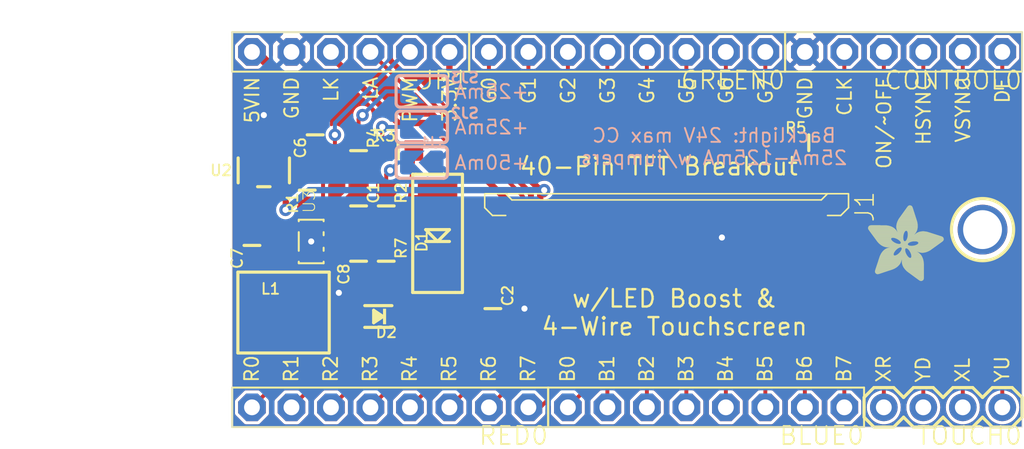
<source format=kicad_pcb>
(kicad_pcb (version 20221018) (generator pcbnew)
  (layers (0 "F.Cu" signal) (31 "B.Cu" signal) (34 "B.Paste" user) (35 "F.Paste" user) (36 "B.SilkS" user "B.Silkscreen") (37 "F.SilkS" user "F.Silkscreen") (38 "B.Mask" user) (39 "F.Mask" user) (44 "Edge.Cuts" user))
  (net 0 "")
  (net 1 "LEDK")
  (net 2 "GND")
  (net 3 "R0")
  (net 4 "R1")
  (net 5 "R2")
  (net 6 "R3")
  (net 7 "R4")
  (net 8 "R5")
  (net 9 "R6")
  (net 10 "R7")
  (net 11 "G0")
  (net 12 "G1")
  (net 13 "G2")
  (net 14 "G3")
  (net 15 "G4")
  (net 16 "G5")
  (net 17 "G6")
  (net 18 "G7")
  (net 19 "B0")
  (net 20 "B1")
  (net 21 "B2")
  (net 22 "B3")
  (net 23 "B4")
  (net 24 "B5")
  (net 25 "B6")
  (net 26 "B7")
  (net 27 "ON/OFF")
  (net 28 "DE")
  (net 29 "XR")
  (net 30 "YD")
  (net 31 "XL")
  (net 32 "YU")
  (net 33 "HSYNC")
  (net 34 "VSYNC")
  (net 35 "N$5")
  (net 36 "+3V3")
  (net 37 "+24V")
  (net 38 "PWM")
  (net 39 "VIN")
  (net 40 "N$1")
  (net 41 "N$2")
  (net 42 "N$3")
  (net 43 "N$4")
  (net 44 "CLK")
  (footprint "working:_0805MP" (layer "F.Cu") (at 128.4351 98.9076 90)
    (fp_text reference "C6")
    (fp_text value "10uF")
  )
  (footprint "working:FIDUCIAL_1MM" (layer "F.Cu") (at 130.7211 112.6236)
    (fp_text reference "FID2" hide)
    (fp_text value "FIDUCIAL\"\"" hide)
  )
  (footprint "working:ADAFRUIT_5MM" (layer "F.Cu") (at 163.9951 108.3056)
    (fp_text reference "U$15" hide)
    (fp_text value "" hide)
  )
  (footprint "working:_0805MP" (layer "F.Cu") (at 131.2291 107.0356 90)
    (fp_text reference "C8")
    (fp_text value "1uF")
  )
  (footprint "working:SOD-123" (layer "F.Cu") (at 132.4991 110.5916 180)
    (fp_text reference "D2")
    (fp_text value "MBR0540")
  )
  (footprint "working:SMADIODE" (layer "F.Cu") (at 136.3091 105.2576 90)
    (fp_text reference "D1")
    (fp_text value "MM3Z24VT1G")
  )
  (footprint "working:1X08-BIG" (layer "F.Cu") (at 148.5011 93.5736 180)
    (fp_text reference "GREEN0")
    (fp_text value "")
  )
  (footprint "working:INDUCTOR_5X5MM_NR5040_NOTHERMALS" (layer "F.Cu") (at 126.4031 110.3376)
    (fp_text reference "L1")
    (fp_text value "6.8uH power L CID 2276")
  )
  (footprint "working:1X04-BIG" (layer "F.Cu") (at 172.6311 116.4336 180)
    (fp_text reference "TOUCH0")
    (fp_text value "")
  )
  (footprint "working:1X06-BIG" (layer "F.Cu") (at 166.2811 93.5736 180)
    (fp_text reference "CONTROL0")
    (fp_text value "")
  )
  (footprint "working:FIDUCIAL_1MM" (layer "F.Cu") (at 172.3771 111.8616)
    (fp_text reference "FID1" hide)
    (fp_text value "FIDUCIAL\"\"" hide)
  )
  (footprint "working:1X08-BIG" (layer "F.Cu") (at 133.2611 116.4336 180)
    (fp_text reference "RED0")
    (fp_text value "")
  )
  (footprint "working:4-1734839-0" (layer "F.Cu") (at 151.0411 105.0036)
    (fp_text reference "J1")
    (fp_text value "40PINFPCM4-1734839-0")
  )
  (footprint "working:FIDUCIAL_1MM" (layer "F.Cu") (at 144.9451 105.5116)
    (fp_text reference "FID3" hide)
    (fp_text value "FIDUCIAL\"\"" hide)
  )
  (footprint "working:_0805MP" (layer "F.Cu") (at 133.0071 103.4796 -90)
    (fp_text reference "R2")
    (fp_text value "6Ω")
  )
  (footprint "working:_0805MP" (layer "F.Cu") (at 133.0071 107.0356 -90)
    (fp_text reference "R7")
    (fp_text value "12Ω")
  )
  (footprint "working:_0805MP" (layer "F.Cu") (at 124.3711 106.0196 90)
    (fp_text reference "C7")
    (fp_text value "10uF")
  )
  (footprint "working:SOT23-5@1" (layer "F.Cu") (at 128.1811 105.7656 90)
    (fp_text reference "U3")
    (fp_text value "FAN5333BSX")
  )
  (footprint "working:_0805MP" (layer "F.Cu") (at 131.2291 99.9236 -90)
    (fp_text reference "R4")
    (fp_text value "12Ω")
  )
  (footprint "working:_0805MP" (layer "F.Cu") (at 160.1851 99.4156)
    (fp_text reference "R5")
    (fp_text value "22")
  )
  (footprint "working:_0805MP" (layer "F.Cu") (at 133.7691 99.9236)
    (fp_text reference "R3")
    (fp_text value "12Ω")
  )
  (footprint "working:SOT23-5" (layer "F.Cu") (at 125.1331 101.1936 180)
    (fp_text reference "U2")
    (fp_text value "MIC5225-3.3v")
  )
  (footprint "working:1X08-BIG" (layer "F.Cu") (at 153.5811 116.4336 180)
    (fp_text reference "BLUE0")
    (fp_text value "")
  )
  (footprint "working:_0805MP" (layer "F.Cu") (at 131.2291 103.4796 -90)
    (fp_text reference "C1")
    (fp_text value "0.1uF")
  )
  (footprint "working:_0805MP" (layer "F.Cu") (at 127.9271 102.4636 90)
    (fp_text reference "R1")
    (fp_text value "10K")
  )
  (footprint "working:MOUNTINGHOLE_2.5_PLATED" (layer "F.Cu") (at 171.3611 105.0036)
    (fp_text reference "U$7" hide)
    (fp_text value "MOUNTINGHOLE2.5" hide)
  )
  (footprint "working:1X06-BIG" (layer "F.Cu") (at 130.7211 93.5736 180)
    (fp_text reference "JP1")
    (fp_text value "")
  )
  (footprint "working:_0805MP" (layer "F.Cu") (at 139.8651 110.0836 -90)
    (fp_text reference "C2")
    (fp_text value "1uF")
  )
  (footprint "working:SOLDERJUMPER_ARROW_NOPASTE" (layer "B.Cu") (at 135.2931 96.1136 180)
    (fp_text reference "SJ3")
    (fp_text value "+100mA")
  )
  (footprint "working:SOLDERJUMPER_ARROW_NOPASTE" (layer "B.Cu") (at 135.2931 100.6856 180)
    (fp_text reference "SJ1")
    (fp_text value "+50mA")
  )
  (footprint "working:SOLDERJUMPER_ARROW_NOPASTE" (layer "B.Cu") (at 135.2931 98.3996 180)
    (fp_text reference "SJ2")
    (fp_text value "+25mA")
  )
  (gr_line (start 123.1011 92.3036) (end 123.1011 117.7036) (stroke (width 0.05)) (layer "Edge.Cuts"))
  (gr_line (start 173.9011 92.3036) (end 123.1011 92.3036) (stroke (width 0.05)) (layer "Edge.Cuts"))
  (gr_line (start 123.1011 117.7036) (end 173.9011 117.7036) (stroke (width 0.05)) (layer "Edge.Cuts"))
  (gr_line (start 173.9011 117.7036) (end 173.9011 92.3036) (stroke (width 0.05)) (layer "Edge.Cuts"))
  (gr_text "+25mA" (at 137.3251 95.6056) (layer "B.SilkS") (effects (font (size 0.89408 0.89408) (thickness 0.12192)) (justify right top mirror)))
  (gr_text "+25mA" (at 137.3251 97.8916) (layer "B.SilkS") (effects (font (size 0.89408 0.89408) (thickness 0.12192)) (justify right top mirror)))
  (gr_text "Backlight: 24V max CC\n25mA-125mA w/jumpers" (at 154.0891 99.6696) (layer "B.SilkS") (effects (font (size 0.89408 0.89408) (thickness 0.12192)) (justify mirror)))
  (gr_text "+50mA" (at 137.3251 100.1776) (layer "B.SilkS") (effects (font (size 0.89408 0.89408) (thickness 0.12192)) (justify right top mirror)))
  (gr_text "GND" (at 159.4231 95.0976 90) (layer "F.SilkS") (effects (font (size 0.89408 0.89408) (thickness 0.12192)) (justify right top)))
  (gr_text "R4" (at 135.0391 114.9096 90) (layer "F.SilkS") (effects (font (size 0.89408 0.89408) (thickness 0.12192)) (justify left bottom)))
  (gr_text "B3" (at 152.8191 114.9096 90) (layer "F.SilkS") (effects (font (size 0.89408 0.89408) (thickness 0.12192)) (justify left bottom)))
  (gr_text "w/LED Boost &\n4-Wire Touchscreen" (at 151.5491 110.3376) (layer "F.SilkS") (effects (font (size 1.1176 1.1176) (thickness 0.1524))))
  (gr_text "R6" (at 140.1191 114.9096 90) (layer "F.SilkS") (effects (font (size 0.89408 0.89408) (thickness 0.12192)) (justify left bottom)))
  (gr_text "B0" (at 145.1991 114.9096 90) (layer "F.SilkS") (effects (font (size 0.89408 0.89408) (thickness 0.12192)) (justify left bottom)))
  (gr_text "G7" (at 156.8831 95.0976 90) (layer "F.SilkS") (effects (font (size 0.89408 0.89408) (thickness 0.12192)) (justify right top)))
  (gr_text "B7" (at 162.9791 114.9096 90) (layer "F.SilkS") (effects (font (size 0.89408 0.89408) (thickness 0.12192)) (justify left bottom)))
  (gr_text "G0" (at 139.1031 95.0976 90) (layer "F.SilkS") (effects (font (size 0.89408 0.89408) (thickness 0.12192)) (justify right top)))
  (gr_text "R5" (at 137.5791 114.9096 90) (layer "F.SilkS") (effects (font (size 0.89408 0.89408) (thickness 0.12192)) (justify left bottom)))
  (gr_text "YU" (at 173.1391 114.9096 90) (layer "F.SilkS") (effects (font (size 0.89408 0.89408) (thickness 0.12192)) (justify left bottom)))
  (gr_text "XR" (at 165.5191 114.9096 90) (layer "F.SilkS") (effects (font (size 0.89408 0.89408) (thickness 0.12192)) (justify left bottom)))
  (gr_text "LK" (at 128.9431 95.0976 90) (layer "F.SilkS") (effects (font (size 0.89408 0.89408) (thickness 0.12192)) (justify right top)))
  (gr_text "XL" (at 170.5991 114.9096 90) (layer "F.SilkS") (effects (font (size 0.89408 0.89408) (thickness 0.12192)) (justify left bottom)))
  (gr_text "G2" (at 144.1831 95.0976 90) (layer "F.SilkS") (effects (font (size 0.89408 0.89408) (thickness 0.12192)) (justify right top)))
  (gr_text "B4" (at 155.3591 114.9096 90) (layer "F.SilkS") (effects (font (size 0.89408 0.89408) (thickness 0.12192)) (justify left bottom)))
  (gr_text "DE" (at 172.1231 95.0976 90) (layer "F.SilkS") (effects (font (size 0.89408 0.89408) (thickness 0.12192)) (justify right top)))
  (gr_text "5VIN" (at 123.8631 95.0976 90) (layer "F.SilkS") (effects (font (size 0.89408 0.89408) (thickness 0.12192)) (justify right top)))
  (gr_text "B1" (at 147.7391 114.9096 90) (layer "F.SilkS") (effects (font (size 0.89408 0.89408) (thickness 0.12192)) (justify left bottom)))
  (gr_text "G5" (at 151.8031 95.0976 90) (layer "F.SilkS") (effects (font (size 0.89408 0.89408) (thickness 0.12192)) (justify right top)))
  (gr_text "B6" (at 160.4391 114.9096 90) (layer "F.SilkS") (effects (font (size 0.89408 0.89408) (thickness 0.12192)) (justify left bottom)))
  (gr_text "R1" (at 127.4191 114.9096 90) (layer "F.SilkS") (effects (font (size 0.89408 0.89408) (thickness 0.12192)) (justify left bottom)))
  (gr_text "ON/~OFF" (at 164.5031 95.0976 90) (layer "F.SilkS") (effects (font (size 0.89408 0.89408) (thickness 0.12192)) (justify right top)))
  (gr_text "YD" (at 168.0591 114.9096 90) (layer "F.SilkS") (effects (font (size 0.89408 0.89408) (thickness 0.12192)) (justify left bottom)))
  (gr_text "B2" (at 150.2791 114.9096 90) (layer "F.SilkS") (effects (font (size 0.89408 0.89408) (thickness 0.12192)) (justify left bottom)))
  (gr_text "PWM" (at 134.0231 95.0976 90) (layer "F.SilkS") (effects (font (size 0.89408 0.89408) (thickness 0.12192)) (justify right top)))
  (gr_text "B5" (at 157.8991 114.9096 90) (layer "F.SilkS") (effects (font (size 0.89408 0.89408) (thickness 0.12192)) (justify left bottom)))
  (gr_text "R0" (at 124.8791 114.9096 90) (layer "F.SilkS") (effects (font (size 0.89408 0.89408) (thickness 0.12192)) (justify left bottom)))
  (gr_text "G6" (at 154.3431 95.0976 90) (layer "F.SilkS") (effects (font (size 0.89408 0.89408) (thickness 0.12192)) (justify right top)))
  (gr_text "HSYNC" (at 167.0431 95.0976 90) (layer "F.SilkS") (effects (font (size 0.89408 0.89408) (thickness 0.12192)) (justify right top)))
  (gr_text "G3" (at 146.7231 95.0976 90) (layer "F.SilkS") (effects (font (size 0.89408 0.89408) (thickness 0.12192)) (justify right top)))
  (gr_text "LA" (at 131.4831 95.0976 90) (layer "F.SilkS") (effects (font (size 0.89408 0.89408) (thickness 0.12192)) (justify right top)))
  (gr_text "GND" (at 126.4031 95.0976 90) (layer "F.SilkS") (effects (font (size 0.89408 0.89408) (thickness 0.12192)) (justify right top)))
  (gr_text "G1" (at 141.6431 95.0976 90) (layer "F.SilkS") (effects (font (size 0.89408 0.89408) (thickness 0.12192)) (justify right top)))
  (gr_text "3.3V" (at 136.5631 95.0976 90) (layer "F.SilkS") (effects (font (size 0.89408 0.89408) (thickness 0.12192)) (justify right top)))
  (gr_text "40-Pin TFT Breakout" (at 150.5331 100.9396) (layer "F.SilkS") (effects (font (size 1.1176 1.1176) (thickness 0.1524))))
  (gr_text "R3" (at 132.4991 114.9096 90) (layer "F.SilkS") (effects (font (size 0.89408 0.89408) (thickness 0.12192)) (justify left bottom)))
  (gr_text "CLK" (at 161.9631 95.0976 90) (layer "F.SilkS") (effects (font (size 0.89408 0.89408) (thickness 0.12192)) (justify right top)))
  (gr_text "R2" (at 129.9591 114.9096 90) (layer "F.SilkS") (effects (font (size 0.89408 0.89408) (thickness 0.12192)) (justify left bottom)))
  (gr_text "R7" (at 142.6591 114.9096 90) (layer "F.SilkS") (effects (font (size 0.89408 0.89408) (thickness 0.12192)) (justify left bottom)))
  (gr_text "VSYNC" (at 169.5831 95.0976 90) (layer "F.SilkS") (effects (font (size 0.89408 0.89408) (thickness 0.12192)) (justify right top)))
  (gr_text "G4" (at 149.2631 95.0976 90) (layer "F.SilkS") (effects (font (size 0.89408 0.89408) (thickness 0.12192)) (justify right top)))
  (segment (start 130.9751 102.4636) (end 131.2291 102.4636) (width 0.254) (layer "F.Cu") (net 1))
  (segment (start 134.5311 102.9081) (end 136.3091 102.9081) (width 0.254) (layer "F.Cu") (net 1))
  (segment (start 141.2911 104.1436) (end 141.2911 107.5436) (width 0.254) (layer "F.Cu") (net 1))
  (segment (start 134.5311 108.0516) (end 134.5311 104.4956) (width 0.254) (layer "F.Cu") (net 1))
  (segment (start 133.0071 108.0516) (end 133.2611 108.3056) (width 0.254) (layer "F.Cu") (net 1))
  (segment (start 134.2771 108.3056) (end 134.5311 108.0516) (width 0.254) (layer "F.Cu") (net 1))
  (segment (start 131.2291 100.9396) (end 131.2291 102.4636) (width 0.254) (layer "F.Cu") (net 1))
  (segment (start 129.4812 104.8156) (end 129.9591 104.3377) (width 0.254) (layer "F.Cu") (net 1))
  (segment (start 141.1351 103.4796) (end 141.1351 103.9876) (width 0.4064) (layer "F.Cu") (net 1))
  (segment (start 137.7696 101.4476) (end 139.1031 101.4476) (width 0.6096) (layer "F.Cu") (net 1))
  (segment (start 133.0071 104.2416) (end 133.0071 104.4956) (width 0.254) (layer "F.Cu") (net 1))
  (segment (start 134.7851 99.9236) (end 134.5311 102.9081) (width 0.254) (layer "F.Cu") (net 1))
  (segment (start 133.0071 104.4956) (end 134.5311 104.4956) (width 0.254) (layer "F.Cu") (net 1))
  (segment (start 141.1351 103.9876) (end 141.2911 104.1436) (width 0.254) (layer "F.Cu") (net 1))
  (segment (start 134.5311 104.4956) (end 134.5311 102.9081) (width 0.254) (layer "F.Cu") (net 1))
  (segment (start 129.4511 93.8276) (end 133.7691 98.1456) (width 0.4064) (layer "F.Cu") (net 1))
  (segment (start 129.4511 93.8276) (end 129.4511 93.5736) (width 0.4064) (layer "F.Cu") (net 1))
  (segment (start 136.3091 102.9081) (end 137.7696 101.4476) (width 0.6096) (layer "F.Cu") (net 1))
  (segment (start 135.8011 98.1456) (end 139.1031 101.4476) (width 0.4064) (layer "F.Cu") (net 1))
  (segment (start 129.9591 103.4796) (end 130.9751 102.4636) (width 0.254) (layer "F.Cu") (net 1))
  (segment (start 139.1031 101.4476) (end 141.1351 103.4796) (width 0.4064) (layer "F.Cu") (net 1))
  (segment (start 133.0071 108.0516) (end 133.2611 108.0516) (width 0.4064) (layer "F.Cu") (net 1))
  (segment (start 133.2611 108.3056) (end 134.2771 108.3056) (width 0.254) (layer "F.Cu") (net 1))
  (segment (start 129.9591 104.3377) (end 129.9591 103.4796) (width 0.254) (layer "F.Cu") (net 1))
  (segment (start 133.7691 98.1456) (end 135.8011 98.1456) (width 0.4064) (layer "F.Cu") (net 1))
  (segment (start 131.2291 102.4636) (end 133.0071 104.2416) (width 0.254) (layer "F.Cu") (net 1))
  (segment (start 158.4071 109.0676) (end 158.7911 108.6836) (width 0.254) (layer "F.Cu") (net 2))
  (segment (start 155.2911 107.5436) (end 155.2911 108.7456) (width 0.254) (layer "F.Cu") (net 2))
  (segment (start 155.2911 108.7456) (end 155.6131 109.0676) (width 0.254) (layer "F.Cu") (net 2))
  (segment (start 131.2291 105.7656) (end 131.2291 106.0196) (width 0.4064) (layer "F.Cu") (net 2))
  (segment (start 158.7911 108.6836) (end 158.7911 107.5436) (width 0.254) (layer "F.Cu") (net 2))
  (segment (start 155.6131 109.0676) (end 158.4071 109.0676) (width 0.254) (layer "F.Cu") (net 2))
  (segment (start 129.4812 105.7656) (end 131.2291 105.7656) (width 0.4064) (layer "F.Cu") (net 2))
  (segment (start 131.2291 106.0196) (end 133.0071 106.0196) (width 0.4064) (layer "F.Cu") (net 2))
  (segment (start 125.1331 99.4156) (end 125.1331 99.8935) (width 0.4064) (layer "F.Cu") (net 2))
  (via (at 141.8971 110.0836) (size 0.8001) (drill 0.3937) (layers "F.Cu" "B.Cu") (net 2))
  (via (at 129.9591 109.0676) (size 0.8001) (drill 0.3937) (layers "F.Cu" "B.Cu") (net 2))
  (via (at 154.5971 105.5116) (size 0.8001) (drill 0.3937) (layers "F.Cu" "B.Cu") (net 2))
  (via (at 128.1811 105.7656) (size 0.8001) (drill 0.3937) (layers "F.Cu" "B.Cu") (net 2))
  (via (at 125.1331 97.6376) (size 0.8001) (drill 0.3937) (layers "F.Cu" "B.Cu") (net 2))
  (segment (start 131.9911 114.1476) (end 126.6571 114.1476) (width 0.254) (layer "F.Cu") (net 3))
  (segment (start 136.5631 113.1316) (end 133.0071 113.1316) (width 0.254) (layer "F.Cu") (net 3))
  (segment (start 137.5791 112.1156) (end 136.5631 113.1316) (width 0.254) (layer "F.Cu") (net 3))
  (segment (start 143.2911 110.7216) (end 141.8971 112.1156) (width 0.254) (layer "F.Cu") (net 3))
  (segment (start 141.8971 112.1156) (end 137.5791 112.1156) (width 0.254) (layer "F.Cu") (net 3))
  (segment (start 133.0071 113.1316) (end 131.9911 114.1476) (width 0.254) (layer "F.Cu") (net 3))
  (segment (start 126.6571 114.1476) (end 124.3711 116.4336) (width 0.254) (layer "F.Cu") (net 3))
  (segment (start 143.2911 107.5436) (end 143.2911 110.7216) (width 0.254) (layer "F.Cu") (net 3))
  (segment (start 143.7911 110.9836) (end 142.1511 112.6236) (width 0.254) (layer "F.Cu") (net 4))
  (segment (start 137.8331 112.6236) (end 136.8171 113.6396) (width 0.254) (layer "F.Cu") (net 4))
  (segment (start 128.6891 114.6556) (end 126.9111 116.4336) (width 0.254) (layer "F.Cu") (net 4))
  (segment (start 143.7911 107.5436) (end 143.7911 110.9836) (width 0.254) (layer "F.Cu") (net 4))
  (segment (start 133.2611 113.6396) (end 132.2451 114.6556) (width 0.254) (layer "F.Cu") (net 4))
  (segment (start 136.8171 113.6396) (end 133.2611 113.6396) (width 0.254) (layer "F.Cu") (net 4))
  (segment (start 142.1511 112.6236) (end 137.8331 112.6236) (width 0.254) (layer "F.Cu") (net 4))
  (segment (start 132.2451 114.6556) (end 128.6891 114.6556) (width 0.254) (layer "F.Cu") (net 4))
  (segment (start 138.0871 113.1316) (end 137.0711 114.1476) (width 0.254) (layer "F.Cu") (net 5))
  (segment (start 130.7211 115.1636) (end 129.4511 116.4336) (width 0.254) (layer "F.Cu") (net 5))
  (segment (start 144.2911 111.2456) (end 142.4051 113.1316) (width 0.254) (layer "F.Cu") (net 5))
  (segment (start 133.5151 114.1476) (end 132.4991 115.1636) (width 0.254) (layer "F.Cu") (net 5))
  (segment (start 137.0711 114.1476) (end 133.5151 114.1476) (width 0.254) (layer "F.Cu") (net 5))
  (segment (start 142.4051 113.1316) (end 138.0871 113.1316) (width 0.254) (layer "F.Cu") (net 5))
  (segment (start 144.2911 107.5436) (end 144.2911 111.2456) (width 0.254) (layer "F.Cu") (net 5))
  (segment (start 132.4991 115.1636) (end 130.7211 115.1636) (width 0.254) (layer "F.Cu") (net 5))
  (segment (start 138.3411 113.6396) (end 137.3251 114.6556) (width 0.254) (layer "F.Cu") (net 6))
  (segment (start 144.7911 107.5436) (end 144.7911 111.5076) (width 0.254) (layer "F.Cu") (net 6))
  (segment (start 142.6591 113.6396) (end 138.3411 113.6396) (width 0.254) (layer "F.Cu") (net 6))
  (segment (start 137.3251 114.6556) (end 133.7691 114.6556) (width 0.254) (layer "F.Cu") (net 6))
  (segment (start 144.7911 111.5076) (end 142.6591 113.6396) (width 0.254) (layer "F.Cu") (net 6))
  (segment (start 133.7691 114.6556) (end 131.9911 116.4336) (width 0.254) (layer "F.Cu") (net 6))
  (segment (start 135.8011 115.1636) (end 134.5311 116.4336) (width 0.254) (layer "F.Cu") (net 7))
  (segment (start 138.5951 114.1476) (end 137.5791 115.1636) (width 0.254) (layer "F.Cu") (net 7))
  (segment (start 145.2911 107.5436) (end 145.2911 111.7696) (width 0.254) (layer "F.Cu") (net 7))
  (segment (start 145.2911 111.7696) (end 142.9131 114.1476) (width 0.254) (layer "F.Cu") (net 7))
  (segment (start 137.5791 115.1636) (end 135.8011 115.1636) (width 0.254) (layer "F.Cu") (net 7))
  (segment (start 142.9131 114.1476) (end 138.5951 114.1476) (width 0.254) (layer "F.Cu") (net 7))
  (segment (start 143.1671 114.6556) (end 138.8491 114.6556) (width 0.254) (layer "F.Cu") (net 8))
  (segment (start 145.7911 107.5436) (end 145.7911 112.0316) (width 0.254) (layer "F.Cu") (net 8))
  (segment (start 138.8491 114.6556) (end 137.0711 116.4336) (width 0.254) (layer "F.Cu") (net 8))
  (segment (start 145.7911 112.0316) (end 143.1671 114.6556) (width 0.254) (layer "F.Cu") (net 8))
  (segment (start 137.0711 116.6876) (end 137.0711 116.4336) (width 0.254) (layer "F.Cu") (net 8))
  (segment (start 146.2911 112.2936) (end 143.4211 115.1636) (width 0.254) (layer "F.Cu") (net 9))
  (segment (start 146.2911 107.5436) (end 146.2911 112.2936) (width 0.254) (layer "F.Cu") (net 9))
  (segment (start 143.4211 115.1636) (end 140.8811 115.1636) (width 0.254) (layer "F.Cu") (net 9))
  (segment (start 140.8811 115.1636) (end 139.6111 116.4336) (width 0.254) (layer "F.Cu") (net 9))
  (segment (start 139.6111 116.6876) (end 139.6111 116.4336) (width 0.254) (layer "F.Cu") (net 9))
  (segment (start 146.7911 107.5436) (end 146.7911 112.5556) (width 0.254) (layer "F.Cu") (net 10))
  (segment (start 142.9131 116.4336) (end 142.1511 116.4336) (width 0.254) (layer "F.Cu") (net 10))
  (segment (start 146.7911 112.5556) (end 142.9131 116.4336) (width 0.254) (layer "F.Cu") (net 10))
  (segment (start 139.6111 97.6376) (end 139.6111 93.5736) (width 0.254) (layer "F.Cu") (net 11))
  (segment (start 147.2911 107.5436) (end 147.2911 105.3176) (width 0.254) (layer "F.Cu") (net 11))
  (segment (start 147.2911 105.3176) (end 139.6111 97.6376) (width 0.254) (layer "F.Cu") (net 11))
  (segment (start 147.7911 105.0556) (end 142.1511 99.4156) (width 0.254) (layer "F.Cu") (net 12))
  (segment (start 147.7911 107.5436) (end 147.7911 105.0556) (width 0.254) (layer "F.Cu") (net 12))
  (segment (start 142.1511 99.4156) (end 142.1511 93.5736) (width 0.254) (layer "F.Cu") (net 12))
  (segment (start 148.2911 107.5436) (end 148.2911 104.7936) (width 0.254) (layer "F.Cu") (net 13))
  (segment (start 144.6911 101.1936) (end 144.6911 93.5736) (width 0.254) (layer "F.Cu") (net 13))
  (segment (start 148.2911 104.7936) (end 144.6911 101.1936) (width 0.254) (layer "F.Cu") (net 13))
  (segment (start 148.7911 103.9516) (end 147.2311 102.4636) (width 0.254) (layer "F.Cu") (net 14))
  (segment (start 148.7911 107.5436) (end 148.7911 103.9516) (width 0.254) (layer "F.Cu") (net 14))
  (segment (start 147.2311 102.4636) (end 147.2311 93.5736) (width 0.254) (layer "F.Cu") (net 14))
  (segment (start 149.7711 104.4956) (end 149.7711 93.5736) (width 0.254) (layer "F.Cu") (net 15))
  (segment (start 149.2911 107.5436) (end 149.2911 104.9756) (width 0.254) (layer "F.Cu") (net 15))
  (segment (start 149.2911 104.9756) (end 149.7711 104.4956) (width 0.254) (layer "F.Cu") (net 15))
  (segment (start 149.7911 105.2376) (end 152.3111 102.7176) (width 0.254) (layer "F.Cu") (net 16))
  (segment (start 149.7911 107.5436) (end 149.7911 105.2376) (width 0.254) (layer "F.Cu") (net 16))
  (segment (start 152.3111 102.7176) (end 152.3111 93.5736) (width 0.254) (layer "F.Cu") (net 16))
  (segment (start 150.2911 107.5436) (end 150.2911 105.4996) (width 0.254) (layer "F.Cu") (net 17))
  (segment (start 150.2911 105.4996) (end 154.8511 100.9396) (width 0.254) (layer "F.Cu") (net 17))
  (segment (start 154.8511 100.9396) (end 154.8511 93.5736) (width 0.254) (layer "F.Cu") (net 17))
  (segment (start 157.3911 99.1616) (end 157.3911 93.5736) (width 0.254) (layer "F.Cu") (net 18))
  (segment (start 150.7911 107.5436) (end 150.7911 105.7616) (width 0.254) (layer "F.Cu") (net 18))
  (segment (start 150.7911 105.7616) (end 157.3911 99.1616) (width 0.254) (layer "F.Cu") (net 18))
  (segment (start 145.9611 115.1636) (end 145.9611 114.6556) (width 0.254) (layer "F.Cu") (net 19))
  (segment (start 144.6911 116.4336) (end 145.9611 115.1636) (width 0.254) (layer "F.Cu") (net 19))
  (segment (start 151.2911 109.3256) (end 151.2911 107.5436) (width 0.254) (layer "F.Cu") (net 19))
  (segment (start 145.9611 114.6556) (end 151.2911 109.3256) (width 0.254) (layer "F.Cu") (net 19))
  (segment (start 151.7911 109.5876) (end 147.2311 114.1476) (width 0.254) (layer "F.Cu") (net 20))
  (segment (start 151.7911 107.5436) (end 151.7911 109.5876) (width 0.254) (layer "F.Cu") (net 20))
  (segment (start 147.2311 114.1476) (end 147.2311 116.4336) (width 0.254) (layer "F.Cu") (net 20))
  (segment (start 152.2911 109.8496) (end 149.7711 112.3696) (width 0.254) (layer "F.Cu") (net 21))
  (segment (start 149.7511 116.4136) (end 149.7711 116.4336) (width 0.254) (layer "F.Cu") (net 21))
  (segment (start 149.7711 112.3696) (end 149.7711 116.4336) (width 0.254) (layer "F.Cu") (net 21))
  (segment (start 152.2911 107.5436) (end 152.2911 109.8496) (width 0.254) (layer "F.Cu") (net 21))
  (segment (start 152.3111 110.5916) (end 152.3111 116.4336) (width 0.254) (layer "F.Cu") (net 22))
  (segment (start 152.7911 110.0556) (end 152.3111 110.5916) (width 0.254) (layer "F.Cu") (net 22))
  (segment (start 152.7911 107.5436) (end 152.7911 110.0556) (width 0.254) (layer "F.Cu") (net 22))
  (segment (start 153.2911 107.5436) (end 153.2911 109.7936) (width 0.254) (layer "F.Cu") (net 23))
  (segment (start 154.8511 111.3536) (end 154.8511 116.4336) (width 0.254) (layer "F.Cu") (net 23))
  (segment (start 153.2911 109.7936) (end 154.8511 111.3536) (width 0.254) (layer "F.Cu") (net 23))
  (segment (start 153.7911 109.5316) (end 157.3911 113.1316) (width 0.254) (layer "F.Cu") (net 24))
  (segment (start 157.3911 113.1316) (end 157.3911 116.4336) (width 0.254) (layer "F.Cu") (net 24))
  (segment (start 153.7911 107.5436) (end 153.7911 109.5316) (width 0.254) (layer "F.Cu") (net 24))
  (segment (start 154.2911 109.2696) (end 157.6451 112.6236) (width 0.254) (layer "F.Cu") (net 25))
  (segment (start 159.1691 112.6236) (end 159.9311 113.3856) (width 0.254) (layer "F.Cu") (net 25))
  (segment (start 157.6451 112.6236) (end 159.1691 112.6236) (width 0.254) (layer "F.Cu") (net 25))
  (segment (start 159.9311 113.3856) (end 159.9311 116.4336) (width 0.254) (layer "F.Cu") (net 25))
  (segment (start 154.2911 107.5436) (end 154.2911 109.2696) (width 0.254) (layer "F.Cu") (net 25))
  (segment (start 161.4551 112.1156) (end 162.4711 113.1316) (width 0.254) (layer "F.Cu") (net 26))
  (segment (start 154.7911 109.0076) (end 157.8991 112.1156) (width 0.254) (layer "F.Cu") (net 26))
  (segment (start 157.8991 112.1156) (end 161.4551 112.1156) (width 0.254) (layer "F.Cu") (net 26))
  (segment (start 162.4711 113.1316) (end 162.4711 116.4336) (width 0.254) (layer "F.Cu") (net 26))
  (segment (start 154.7911 107.5436) (end 154.7911 109.0076) (width 0.254) (layer "F.Cu") (net 26))
  (segment (start 157.8991 100.9396) (end 164.2491 100.9396) (width 0.254) (layer "F.Cu") (net 27))
  (segment (start 164.2491 100.9396) (end 165.0111 100.1776) (width 0.254) (layer "F.Cu") (net 27))
  (segment (start 156.2911 107.5436) (end 156.2911 102.5476) (width 0.254) (layer "F.Cu") (net 27))
  (segment (start 156.2911 102.5476) (end 157.8991 100.9396) (width 0.254) (layer "F.Cu") (net 27))
  (segment (start 165.0111 100.1776) (end 165.0111 93.5736) (width 0.254) (layer "F.Cu") (net 27))
  (segment (start 157.7911 103.3336) (end 158.6611 102.4636) (width 0.254) (layer "F.Cu") (net 28))
  (segment (start 157.7911 107.5436) (end 157.7911 103.3336) (width 0.254) (layer "F.Cu") (net 28))
  (segment (start 172.6311 98.6536) (end 172.6311 93.5736) (width 0.254) (layer "F.Cu") (net 28))
  (segment (start 168.8211 102.4636) (end 172.6311 98.6536) (width 0.254) (layer "F.Cu") (net 28))
  (segment (start 158.6611 102.4636) (end 168.8211 102.4636) (width 0.254) (layer "F.Cu") (net 28))
  (segment (start 164.2491 111.3536) (end 165.0111 112.1156) (width 0.254) (layer "F.Cu") (net 29))
  (segment (start 159.2911 107.5436) (end 159.2911 109.4436) (width 0.254) (layer "F.Cu") (net 29))
  (segment (start 161.2011 111.3536) (end 164.2491 111.3536) (width 0.254) (layer "F.Cu") (net 29))
  (segment (start 159.2911 109.4436) (end 161.2011 111.3536) (width 0.254) (layer "F.Cu") (net 29))
  (segment (start 165.0111 112.1156) (end 165.0111 116.4336) (width 0.254) (layer "F.Cu") (net 29))
  (segment (start 167.5511 113.1316) (end 167.5511 116.4336) (width 0.254) (layer "F.Cu") (net 30))
  (segment (start 159.7911 107.5436) (end 159.7911 109.1816) (width 0.254) (layer "F.Cu") (net 30))
  (segment (start 161.4551 110.8456) (end 165.2651 110.8456) (width 0.254) (layer "F.Cu") (net 30))
  (segment (start 159.7911 109.1816) (end 161.4551 110.8456) (width 0.254) (layer "F.Cu") (net 30))
  (segment (start 165.2651 110.8456) (end 167.5511 113.1316) (width 0.254) (layer "F.Cu") (net 30))
  (segment (start 160.2911 108.9196) (end 161.7091 110.3376) (width 0.254) (layer "F.Cu") (net 31))
  (segment (start 170.0911 113.6396) (end 170.0911 116.4336) (width 0.254) (layer "F.Cu") (net 31))
  (segment (start 161.7091 110.3376) (end 166.7891 110.3376) (width 0.254) (layer "F.Cu") (net 31))
  (segment (start 160.2911 107.5436) (end 160.2911 108.9196) (width 0.254) (layer "F.Cu") (net 31))
  (segment (start 166.7891 110.3376) (end 170.0911 113.6396) (width 0.254) (layer "F.Cu") (net 31))
  (segment (start 172.6311 114.9096) (end 172.6311 116.4336) (width 0.254) (layer "F.Cu") (net 32))
  (segment (start 161.9631 109.8296) (end 167.5511 109.8296) (width 0.254) (layer "F.Cu") (net 32))
  (segment (start 167.5511 109.8296) (end 172.6311 114.9096) (width 0.254) (layer "F.Cu") (net 32))
  (segment (start 160.7911 108.6576) (end 161.9631 109.8296) (width 0.254) (layer "F.Cu") (net 32))
  (segment (start 160.7911 107.5436) (end 160.7911 108.6576) (width 0.254) (layer "F.Cu") (net 32))
  (segment (start 167.5511 100.1776) (end 167.5511 93.5736) (width 0.254) (layer "F.Cu") (net 33))
  (segment (start 156.7911 102.8096) (end 158.1531 101.4476) (width 0.254) (layer "F.Cu") (net 33))
  (segment (start 158.1531 101.4476) (end 166.2811 101.4476) (width 0.254) (layer "F.Cu") (net 33))
  (segment (start 166.2811 101.4476) (end 167.5511 100.1776) (width 0.254) (layer "F.Cu") (net 33))
  (segment (start 156.7911 107.5436) (end 156.7911 102.8096) (width 0.254) (layer "F.Cu") (net 33))
  (segment (start 158.4071 101.9556) (end 167.8051 101.9556) (width 0.254) (layer "F.Cu") (net 34))
  (segment (start 157.2911 107.5436) (end 157.2911 103.0716) (width 0.254) (layer "F.Cu") (net 34))
  (segment (start 170.0911 99.6696) (end 170.0911 93.5736) (width 0.254) (layer "F.Cu") (net 34))
  (segment (start 167.8051 101.9556) (end 170.0911 99.6696) (width 0.254) (layer "F.Cu") (net 34))
  (segment (start 157.2911 103.0716) (end 158.4071 101.9556) (width 0.254) (layer "F.Cu") (net 34))
  (segment (start 128.2031 110.3376) (end 128.4351 110.5916) (width 0.4064) (layer "F.Cu") (net 35))
  (segment (start 128.1811 110.3156) (end 128.2031 110.3376) (width 0.4064) (layer "F.Cu") (net 35))
  (segment (start 128.4351 110.5916) (end 130.6491 110.5916) (width 0.4064) (layer "F.Cu") (net 35))
  (segment (start 129.4812 107.7675) (end 128.1811 109.0676) (width 0.4064) (layer "F.Cu") (net 35))
  (segment (start 129.4812 106.7156) (end 129.4812 107.7675) (width 0.4064) (layer "F.Cu") (net 35))
  (segment (start 128.1811 109.0676) (end 128.1811 110.3156) (width 0.4064) (layer "F.Cu") (net 35))
  (segment (start 143.1671 102.4636) (end 143.1671 102.7176) (width 0.4064) (layer "F.Cu") (net 36))
  (segment (start 142.7911 107.5436) (end 142.7911 105.6436) (width 0.254) (layer "F.Cu") (net 36))
  (segment (start 143.1671 102.7176) (end 142.9131 102.7176) (width 0.4064) (layer "F.Cu") (net 36))
  (segment (start 126.0831 102.4937) (end 126.561 102.9716) (width 0.4064) (layer "F.Cu") (net 36))
  (segment (start 137.0711 93.5736) (end 137.0711 96.6216) (width 0.4064) (layer "F.Cu") (net 36))
  (segment (start 142.9131 102.7176) (end 142.9131 105.7656) (width 0.4064) (layer "F.Cu") (net 36))
  (segment (start 126.561 102.9716) (end 126.5301 103.7336) (width 0.4064) (layer "F.Cu") (net 36))
  (segment (start 142.7911 105.6436) (end 142.9131 105.7656) (width 0.254) (layer "F.Cu") (net 36))
  (segment (start 137.0711 96.6216) (end 142.9131 102.4636) (width 0.4064) (layer "F.Cu") (net 36))
  (segment (start 142.9131 102.4636) (end 142.9131 102.7176) (width 0.4064) (layer "F.Cu") (net 36))
  (via (at 126.5301 103.7336) (size 0.8001) (drill 0.3937) (layers "F.Cu" "B.Cu") (net 36))
  (via (at 143.1671 102.4636) (size 0.8001) (drill 0.3937) (layers "F.Cu" "B.Cu") (net 36))
  (segment (start 126.5301 103.7336) (end 128.0541 102.4636) (width 0.4064) (layer "B.Cu") (net 36))
  (segment (start 128.0541 102.4636) (end 143.1671 102.4636) (width 0.4064) (layer "B.Cu") (net 36))
  (segment (start 135.0391 95.8596) (end 134.2771 95.8596) (width 0.254) (layer "F.Cu") (net 37))
  (segment (start 134.7851 110.5916) (end 136.3091 109.0676) (width 0.6096) (layer "F.Cu") (net 37))
  (segment (start 133.5151 110.5916) (end 132.2451 109.3216) (width 0.4064) (layer "F.Cu") (net 37))
  (segment (start 139.8651 109.0676) (end 137.0711 109.0676) (width 0.6096) (layer "F.Cu") (net 37))
  (segment (start 141.1351 109.0676) (end 139.8651 109.0676) (width 0.4064) (layer "F.Cu") (net 37))
  (segment (start 134.2771 95.8596) (end 131.9911 93.5736) (width 0.254) (layer "F.Cu") (net 37))
  (segment (start 141.7911 107.5436) (end 141.7911 102.8656) (width 0.254) (layer "F.Cu") (net 37))
  (segment (start 136.3091 109.0676) (end 136.3091 108.3056) (width 0.6096) (layer "F.Cu") (net 37))
  (segment (start 137.0711 109.0676) (end 136.3091 108.3056) (width 0.6096) (layer "F.Cu") (net 37))
  (segment (start 134.3491 110.5916) (end 134.7851 110.5916) (width 0.4064) (layer "F.Cu") (net 37))
  (segment (start 131.2291 108.8136) (end 131.2291 108.0516) (width 0.4064) (layer "F.Cu") (net 37))
  (segment (start 141.3891 108.8136) (end 141.1351 109.0676) (width 0.4064) (layer "F.Cu") (net 37))
  (segment (start 136.3091 108.3056) (end 136.3091 107.6071) (width 0.6096) (layer "F.Cu") (net 37))
  (segment (start 141.7911 108.4116) (end 141.3891 108.8136) (width 0.254) (layer "F.Cu") (net 37))
  (segment (start 132.2451 109.3216) (end 131.7371 109.3216) (width 0.4064) (layer "F.Cu") (net 37))
  (segment (start 141.7911 107.5436) (end 141.7911 108.4116) (width 0.254) (layer "F.Cu") (net 37))
  (segment (start 141.7911 102.8656) (end 135.0391 95.8596) (width 0.254) (layer "F.Cu") (net 37))
  (segment (start 131.7371 109.3216) (end 131.2291 108.8136) (width 0.4064) (layer "F.Cu") (net 37))
  (segment (start 134.3491 110.5916) (end 133.5151 110.5916) (width 0.4064) (layer "F.Cu") (net 37))
  (segment (start 128.9431 101.9556) (end 129.7051 101.1936) (width 0.254) (layer "F.Cu") (net 38))
  (segment (start 129.7051 101.1936) (end 129.7051 98.9076) (width 0.254) (layer "F.Cu") (net 38))
  (segment (start 127.9271 103.4796) (end 128.9431 103.4796) (width 0.254) (layer "F.Cu") (net 38))
  (segment (start 126.881 104.8156) (end 127.8611 104.8156) (width 0.254) (layer "F.Cu") (net 38))
  (segment (start 128.9431 103.4796) (end 128.9431 101.9556) (width 0.254) (layer "F.Cu") (net 38))
  (segment (start 127.8611 104.8156) (end 127.9271 103.4796) (width 0.254) (layer "F.Cu") (net 38))
  (via (at 129.7051 98.9076) (size 0.8001) (drill 0.3937) (layers "F.Cu" "B.Cu") (net 38))
  (segment (start 134.2771 93.8276) (end 134.5311 93.5736) (width 0.254) (layer "B.Cu") (net 38))
  (segment (start 134.0231 93.8276) (end 134.2771 93.8276) (width 0.254) (layer "B.Cu") (net 38))
  (segment (start 129.7051 98.1456) (end 134.0231 93.8276) (width 0.254) (layer "B.Cu") (net 38))
  (segment (start 129.7051 98.9076) (end 129.7051 98.1456) (width 0.254) (layer "B.Cu") (net 38))
  (segment (start 124.1831 99.8935) (end 124.1831 101.0056) (width 0.4064) (layer "F.Cu") (net 39))
  (segment (start 127.9271 101.4476) (end 127.9271 100.4316) (width 0.4064) (layer "F.Cu") (net 39))
  (segment (start 124.6251 93.5736) (end 126.0831 95.0316) (width 0.6096) (layer "F.Cu") (net 39))
  (segment (start 127.9271 100.4316) (end 128.4351 99.9236) (width 0.4064) (layer "F.Cu") (net 39))
  (segment (start 124.1831 101.0056) (end 124.3711 101.1936) (width 0.4064) (layer "F.Cu") (net 39))
  (segment (start 124.3711 93.5736) (end 124.6251 93.5736) (width 0.6096) (layer "F.Cu") (net 39))
  (segment (start 126.0831 99.8935) (end 126.0831 99.4816) (width 0.4064) (layer "F.Cu") (net 39))
  (segment (start 125.6411 106.7156) (end 126.881 106.7156) (width 0.4064) (layer "F.Cu") (net 39))
  (segment (start 124.3711 101.1936) (end 125.1331 101.1936) (width 0.4064) (layer "F.Cu") (net 39))
  (segment (start 125.2761 108.4486) (end 124.6031 110.3376) (width 0.4064) (layer "F.Cu") (net 39))
  (segment (start 126.0831 95.0316) (end 126.0831 99.8935) (width 0.6096) (layer "F.Cu") (net 39))
  (segment (start 125.1331 101.1936) (end 125.6411 101.1936) (width 0.4064) (layer "F.Cu") (net 39))
  (segment (start 126.1491 100.6856) (end 126.0831 100.7516) (width 0.254) (layer "F.Cu") (net 39))
  (segment (start 128.659 99.8935) (end 126.0831 99.8935) (width 0.6096) (layer "F.Cu") (net 39))
  (segment (start 125.1331 103.7336) (end 125.6411 104.2416) (width 0.4064) (layer "F.Cu") (net 39))
  (segment (start 125.6411 101.1936) (end 126.0831 100.7516) (width 0.4064) (layer "F.Cu") (net 39))
  (segment (start 126.0831 100.7516) (end 126.0831 99.8935) (width 0.4064) (layer "F.Cu") (net 39))
  (segment (start 124.3711 107.0356) (end 124.4371 106.7156) (width 0.4064) (layer "F.Cu") (net 39))
  (segment (start 125.6411 104.2416) (end 125.6411 106.7156) (width 0.4064) (layer "F.Cu") (net 39))
  (segment (start 124.3711 107.0356) (end 125.2761 108.4486) (width 0.4064) (layer "F.Cu") (net 39))
  (segment (start 124.4371 106.7156) (end 125.6411 106.7156) (width 0.4064) (layer "F.Cu") (net 39))
  (segment (start 125.1331 101.1936) (end 125.1331 103.7336) (width 0.4064) (layer "F.Cu") (net 39))
  (segment (start 128.4351 99.9236) (end 128.659 99.8935) (width 0.6096) (layer "F.Cu") (net 39))
  (segment (start 133.0071 101.4476) (end 133.0071 102.4636) (width 0.254) (layer "F.Cu") (net 40))
  (segment (start 133.2611 101.1936) (end 133.0071 101.4476) (width 0.254) (layer "F.Cu") (net 40))
  (via (at 133.2611 101.1936) (size 0.8001) (drill 0.3937) (layers "F.Cu" "B.Cu") (net 40))
  (segment (start 133.7691 100.6856) (end 133.2611 101.1936) (width 0.254) (layer "B.Cu") (net 40))
  (segment (start 134.2771 100.6856) (end 133.7691 100.6856) (width 0.254) (layer "B.Cu") (net 40))
  (segment (start 132.7531 99.9236) (end 132.7531 98.3996) (width 0.254) (layer "F.Cu") (net 41))
  (via (at 132.7531 98.3996) (size 0.8001) (drill 0.3937) (layers "F.Cu" "B.Cu") (net 41))
  (segment (start 134.2771 98.3996) (end 132.7531 98.3996) (width 0.254) (layer "B.Cu") (net 41))
  (segment (start 131.2291 97.8916) (end 131.4831 97.6376) (width 0.254) (layer "F.Cu") (net 42))
  (segment (start 131.2291 98.9076) (end 131.2291 97.8916) (width 0.254) (layer "F.Cu") (net 42))
  (via (at 131.4831 97.6376) (size 0.8001) (drill 0.3937) (layers "F.Cu" "B.Cu") (net 42))
  (segment (start 133.0071 96.1136) (end 134.2771 96.1136) (width 0.254) (layer "B.Cu") (net 42))
  (segment (start 131.4831 97.6376) (end 133.0071 96.1136) (width 0.254) (layer "B.Cu") (net 42))
  (segment (start 161.2011 99.4156) (end 162.4711 98.1456) (width 0.254) (layer "F.Cu") (net 43))
  (segment (start 162.4711 98.1456) (end 162.4711 93.5736) (width 0.254) (layer "F.Cu") (net 43))
  (segment (start 155.7911 107.5436) (end 155.7911 102.2856) (width 0.254) (layer "F.Cu") (net 44))
  (segment (start 158.6611 99.4156) (end 155.7911 102.2856) (width 0.254) (layer "F.Cu") (net 44))
  (segment (start 159.1691 99.4156) (end 158.6611 99.4156) (width 0.254) (layer "F.Cu") (net 44))
  (zone (net 2) (net_name "GND") (layer "F.Cu") (priority 6) (connect_pads (clearance 0.000001)) (min_thickness 0.127) (fill yes (thermal_gap 0.304) (thermal_bridge_width 0.304))
    (polygon (pts (xy 174.0281 117.8306) (xy 122.9741 117.8306) (xy 122.9741 92.1766) (xy 174.0281 92.1766)))
  )
  (zone (net 2) (net_name "GND") (layer "B.Cu") (priority 6) (connect_pads (clearance 0.000001)) (min_thickness 0.127) (fill yes (thermal_gap 0.304) (thermal_bridge_width 0.304))
    (polygon (pts (xy 174.0281 117.8306) (xy 122.9741 117.8306) (xy 122.9741 92.1766) (xy 174.0281 92.1766)))
  )
)
</source>
